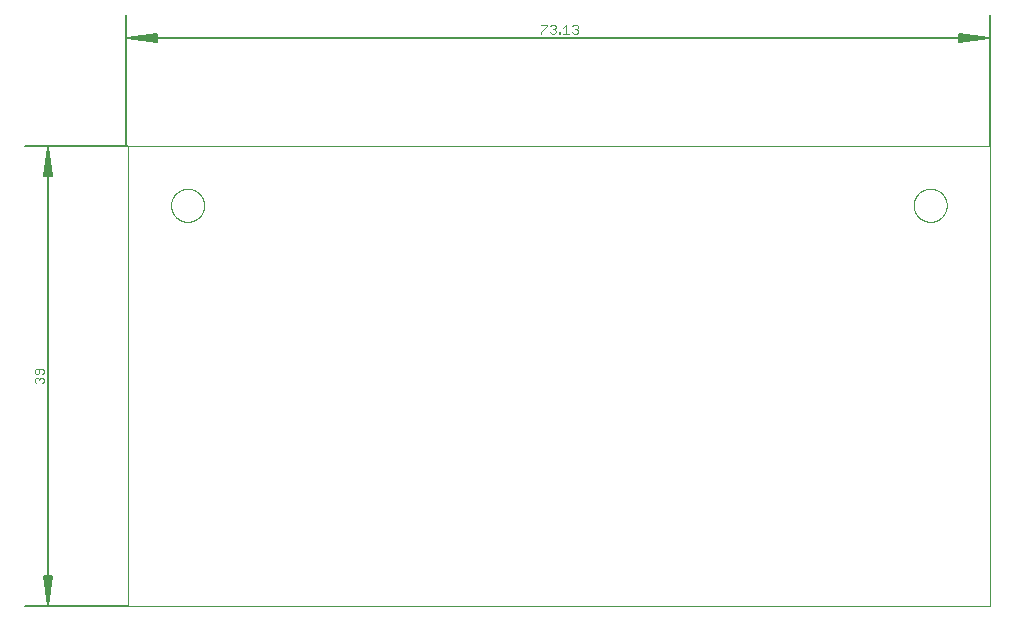
<source format=gko>
G75*
%MOIN*%
%OFA0B0*%
%FSLAX25Y25*%
%IPPOS*%
%LPD*%
%AMOC8*
5,1,8,0,0,1.08239X$1,22.5*
%
%ADD10C,0.00492*%
%ADD11C,0.00512*%
%ADD12C,0.00300*%
%ADD13C,0.00000*%
D10*
X0035508Y0024473D02*
X0322909Y0024473D01*
X0322909Y0178017D01*
X0035508Y0178017D01*
X0035508Y0024473D01*
D11*
X0001256Y0024473D01*
X0008933Y0024729D02*
X0009957Y0034709D01*
X0010190Y0034709D02*
X0008933Y0024729D01*
X0007909Y0034709D01*
X0007676Y0034709D02*
X0010190Y0034709D01*
X0009445Y0034709D02*
X0008933Y0024729D01*
X0008421Y0034709D01*
X0007676Y0034709D02*
X0008933Y0024729D01*
X0008933Y0177761D01*
X0009957Y0167780D01*
X0010190Y0167780D02*
X0008933Y0177761D01*
X0007909Y0167780D01*
X0007676Y0167780D02*
X0010190Y0167780D01*
X0009445Y0167780D02*
X0008933Y0177761D01*
X0008421Y0167780D01*
X0007676Y0167780D02*
X0008933Y0177761D01*
X0001256Y0178017D02*
X0035508Y0178017D01*
X0035016Y0178017D02*
X0035016Y0221619D01*
X0035272Y0213942D02*
X0045252Y0214965D01*
X0045252Y0215199D02*
X0045252Y0212685D01*
X0035272Y0213942D01*
X0045252Y0212918D01*
X0045252Y0213430D02*
X0035272Y0213942D01*
X0045252Y0214454D01*
X0045252Y0215199D02*
X0035272Y0213942D01*
X0322654Y0213942D01*
X0312673Y0212918D01*
X0312673Y0212685D02*
X0322654Y0213942D01*
X0312673Y0214965D01*
X0312673Y0215199D02*
X0312673Y0212685D01*
X0312673Y0213430D02*
X0322654Y0213942D01*
X0312673Y0214454D01*
X0312673Y0215199D02*
X0322654Y0213942D01*
X0322909Y0221619D02*
X0322909Y0178017D01*
D12*
X0185597Y0215887D02*
X0185113Y0215404D01*
X0184146Y0215404D01*
X0183662Y0215887D01*
X0182651Y0215404D02*
X0180716Y0215404D01*
X0181683Y0215404D02*
X0181683Y0218306D01*
X0180716Y0217339D01*
X0179726Y0215887D02*
X0179726Y0215404D01*
X0179242Y0215404D01*
X0179242Y0215887D01*
X0179726Y0215887D01*
X0178231Y0215887D02*
X0177747Y0215404D01*
X0176780Y0215404D01*
X0176296Y0215887D01*
X0177263Y0216855D02*
X0177747Y0216855D01*
X0178231Y0216371D01*
X0178231Y0215887D01*
X0177747Y0216855D02*
X0178231Y0217339D01*
X0178231Y0217822D01*
X0177747Y0218306D01*
X0176780Y0218306D01*
X0176296Y0217822D01*
X0175284Y0217822D02*
X0173349Y0215887D01*
X0173349Y0215404D01*
X0173349Y0218306D02*
X0175284Y0218306D01*
X0175284Y0217822D01*
X0183662Y0217822D02*
X0184146Y0218306D01*
X0185113Y0218306D01*
X0185597Y0217822D01*
X0185597Y0217339D01*
X0185113Y0216855D01*
X0185597Y0216371D01*
X0185597Y0215887D01*
X0185113Y0216855D02*
X0184630Y0216855D01*
X0007471Y0103227D02*
X0007471Y0102260D01*
X0006988Y0101776D01*
X0006988Y0100765D02*
X0007471Y0100281D01*
X0007471Y0099313D01*
X0006988Y0098830D01*
X0006020Y0099797D02*
X0006020Y0100281D01*
X0006504Y0100765D01*
X0006988Y0100765D01*
X0006020Y0100281D02*
X0005536Y0100765D01*
X0005053Y0100765D01*
X0004569Y0100281D01*
X0004569Y0099313D01*
X0005053Y0098830D01*
X0005053Y0101776D02*
X0005536Y0101776D01*
X0006020Y0102260D01*
X0006020Y0103711D01*
X0005053Y0103711D02*
X0004569Y0103227D01*
X0004569Y0102260D01*
X0005053Y0101776D01*
X0005053Y0103711D02*
X0006988Y0103711D01*
X0007471Y0103227D01*
D13*
X0049972Y0158154D02*
X0049974Y0158302D01*
X0049980Y0158450D01*
X0049990Y0158598D01*
X0050004Y0158745D01*
X0050022Y0158892D01*
X0050043Y0159038D01*
X0050069Y0159184D01*
X0050099Y0159329D01*
X0050132Y0159473D01*
X0050170Y0159616D01*
X0050211Y0159758D01*
X0050256Y0159899D01*
X0050304Y0160039D01*
X0050357Y0160178D01*
X0050413Y0160315D01*
X0050473Y0160450D01*
X0050536Y0160584D01*
X0050603Y0160716D01*
X0050674Y0160846D01*
X0050748Y0160974D01*
X0050825Y0161100D01*
X0050906Y0161224D01*
X0050990Y0161346D01*
X0051077Y0161465D01*
X0051168Y0161582D01*
X0051262Y0161697D01*
X0051358Y0161809D01*
X0051458Y0161919D01*
X0051560Y0162025D01*
X0051666Y0162129D01*
X0051774Y0162230D01*
X0051885Y0162328D01*
X0051998Y0162424D01*
X0052114Y0162516D01*
X0052232Y0162605D01*
X0052353Y0162690D01*
X0052476Y0162773D01*
X0052601Y0162852D01*
X0052728Y0162928D01*
X0052857Y0163000D01*
X0052988Y0163069D01*
X0053121Y0163134D01*
X0053256Y0163195D01*
X0053392Y0163253D01*
X0053529Y0163308D01*
X0053668Y0163358D01*
X0053809Y0163405D01*
X0053950Y0163448D01*
X0054093Y0163488D01*
X0054237Y0163523D01*
X0054381Y0163555D01*
X0054527Y0163582D01*
X0054673Y0163606D01*
X0054820Y0163626D01*
X0054967Y0163642D01*
X0055114Y0163654D01*
X0055262Y0163662D01*
X0055410Y0163666D01*
X0055558Y0163666D01*
X0055706Y0163662D01*
X0055854Y0163654D01*
X0056001Y0163642D01*
X0056148Y0163626D01*
X0056295Y0163606D01*
X0056441Y0163582D01*
X0056587Y0163555D01*
X0056731Y0163523D01*
X0056875Y0163488D01*
X0057018Y0163448D01*
X0057159Y0163405D01*
X0057300Y0163358D01*
X0057439Y0163308D01*
X0057576Y0163253D01*
X0057712Y0163195D01*
X0057847Y0163134D01*
X0057980Y0163069D01*
X0058111Y0163000D01*
X0058240Y0162928D01*
X0058367Y0162852D01*
X0058492Y0162773D01*
X0058615Y0162690D01*
X0058736Y0162605D01*
X0058854Y0162516D01*
X0058970Y0162424D01*
X0059083Y0162328D01*
X0059194Y0162230D01*
X0059302Y0162129D01*
X0059408Y0162025D01*
X0059510Y0161919D01*
X0059610Y0161809D01*
X0059706Y0161697D01*
X0059800Y0161582D01*
X0059891Y0161465D01*
X0059978Y0161346D01*
X0060062Y0161224D01*
X0060143Y0161100D01*
X0060220Y0160974D01*
X0060294Y0160846D01*
X0060365Y0160716D01*
X0060432Y0160584D01*
X0060495Y0160450D01*
X0060555Y0160315D01*
X0060611Y0160178D01*
X0060664Y0160039D01*
X0060712Y0159899D01*
X0060757Y0159758D01*
X0060798Y0159616D01*
X0060836Y0159473D01*
X0060869Y0159329D01*
X0060899Y0159184D01*
X0060925Y0159038D01*
X0060946Y0158892D01*
X0060964Y0158745D01*
X0060978Y0158598D01*
X0060988Y0158450D01*
X0060994Y0158302D01*
X0060996Y0158154D01*
X0060994Y0158006D01*
X0060988Y0157858D01*
X0060978Y0157710D01*
X0060964Y0157563D01*
X0060946Y0157416D01*
X0060925Y0157270D01*
X0060899Y0157124D01*
X0060869Y0156979D01*
X0060836Y0156835D01*
X0060798Y0156692D01*
X0060757Y0156550D01*
X0060712Y0156409D01*
X0060664Y0156269D01*
X0060611Y0156130D01*
X0060555Y0155993D01*
X0060495Y0155858D01*
X0060432Y0155724D01*
X0060365Y0155592D01*
X0060294Y0155462D01*
X0060220Y0155334D01*
X0060143Y0155208D01*
X0060062Y0155084D01*
X0059978Y0154962D01*
X0059891Y0154843D01*
X0059800Y0154726D01*
X0059706Y0154611D01*
X0059610Y0154499D01*
X0059510Y0154389D01*
X0059408Y0154283D01*
X0059302Y0154179D01*
X0059194Y0154078D01*
X0059083Y0153980D01*
X0058970Y0153884D01*
X0058854Y0153792D01*
X0058736Y0153703D01*
X0058615Y0153618D01*
X0058492Y0153535D01*
X0058367Y0153456D01*
X0058240Y0153380D01*
X0058111Y0153308D01*
X0057980Y0153239D01*
X0057847Y0153174D01*
X0057712Y0153113D01*
X0057576Y0153055D01*
X0057439Y0153000D01*
X0057300Y0152950D01*
X0057159Y0152903D01*
X0057018Y0152860D01*
X0056875Y0152820D01*
X0056731Y0152785D01*
X0056587Y0152753D01*
X0056441Y0152726D01*
X0056295Y0152702D01*
X0056148Y0152682D01*
X0056001Y0152666D01*
X0055854Y0152654D01*
X0055706Y0152646D01*
X0055558Y0152642D01*
X0055410Y0152642D01*
X0055262Y0152646D01*
X0055114Y0152654D01*
X0054967Y0152666D01*
X0054820Y0152682D01*
X0054673Y0152702D01*
X0054527Y0152726D01*
X0054381Y0152753D01*
X0054237Y0152785D01*
X0054093Y0152820D01*
X0053950Y0152860D01*
X0053809Y0152903D01*
X0053668Y0152950D01*
X0053529Y0153000D01*
X0053392Y0153055D01*
X0053256Y0153113D01*
X0053121Y0153174D01*
X0052988Y0153239D01*
X0052857Y0153308D01*
X0052728Y0153380D01*
X0052601Y0153456D01*
X0052476Y0153535D01*
X0052353Y0153618D01*
X0052232Y0153703D01*
X0052114Y0153792D01*
X0051998Y0153884D01*
X0051885Y0153980D01*
X0051774Y0154078D01*
X0051666Y0154179D01*
X0051560Y0154283D01*
X0051458Y0154389D01*
X0051358Y0154499D01*
X0051262Y0154611D01*
X0051168Y0154726D01*
X0051077Y0154843D01*
X0050990Y0154962D01*
X0050906Y0155084D01*
X0050825Y0155208D01*
X0050748Y0155334D01*
X0050674Y0155462D01*
X0050603Y0155592D01*
X0050536Y0155724D01*
X0050473Y0155858D01*
X0050413Y0155993D01*
X0050357Y0156130D01*
X0050304Y0156269D01*
X0050256Y0156409D01*
X0050211Y0156550D01*
X0050170Y0156692D01*
X0050132Y0156835D01*
X0050099Y0156979D01*
X0050069Y0157124D01*
X0050043Y0157270D01*
X0050022Y0157416D01*
X0050004Y0157563D01*
X0049990Y0157710D01*
X0049980Y0157858D01*
X0049974Y0158006D01*
X0049972Y0158154D01*
X0297516Y0158170D02*
X0297518Y0158318D01*
X0297524Y0158466D01*
X0297534Y0158614D01*
X0297548Y0158761D01*
X0297566Y0158908D01*
X0297587Y0159054D01*
X0297613Y0159200D01*
X0297643Y0159345D01*
X0297676Y0159489D01*
X0297714Y0159632D01*
X0297755Y0159774D01*
X0297800Y0159915D01*
X0297848Y0160055D01*
X0297901Y0160194D01*
X0297957Y0160331D01*
X0298017Y0160466D01*
X0298080Y0160600D01*
X0298147Y0160732D01*
X0298218Y0160862D01*
X0298292Y0160990D01*
X0298369Y0161116D01*
X0298450Y0161240D01*
X0298534Y0161362D01*
X0298621Y0161481D01*
X0298712Y0161598D01*
X0298806Y0161713D01*
X0298902Y0161825D01*
X0299002Y0161935D01*
X0299104Y0162041D01*
X0299210Y0162145D01*
X0299318Y0162246D01*
X0299429Y0162344D01*
X0299542Y0162440D01*
X0299658Y0162532D01*
X0299776Y0162621D01*
X0299897Y0162706D01*
X0300020Y0162789D01*
X0300145Y0162868D01*
X0300272Y0162944D01*
X0300401Y0163016D01*
X0300532Y0163085D01*
X0300665Y0163150D01*
X0300800Y0163211D01*
X0300936Y0163269D01*
X0301073Y0163324D01*
X0301212Y0163374D01*
X0301353Y0163421D01*
X0301494Y0163464D01*
X0301637Y0163504D01*
X0301781Y0163539D01*
X0301925Y0163571D01*
X0302071Y0163598D01*
X0302217Y0163622D01*
X0302364Y0163642D01*
X0302511Y0163658D01*
X0302658Y0163670D01*
X0302806Y0163678D01*
X0302954Y0163682D01*
X0303102Y0163682D01*
X0303250Y0163678D01*
X0303398Y0163670D01*
X0303545Y0163658D01*
X0303692Y0163642D01*
X0303839Y0163622D01*
X0303985Y0163598D01*
X0304131Y0163571D01*
X0304275Y0163539D01*
X0304419Y0163504D01*
X0304562Y0163464D01*
X0304703Y0163421D01*
X0304844Y0163374D01*
X0304983Y0163324D01*
X0305120Y0163269D01*
X0305256Y0163211D01*
X0305391Y0163150D01*
X0305524Y0163085D01*
X0305655Y0163016D01*
X0305784Y0162944D01*
X0305911Y0162868D01*
X0306036Y0162789D01*
X0306159Y0162706D01*
X0306280Y0162621D01*
X0306398Y0162532D01*
X0306514Y0162440D01*
X0306627Y0162344D01*
X0306738Y0162246D01*
X0306846Y0162145D01*
X0306952Y0162041D01*
X0307054Y0161935D01*
X0307154Y0161825D01*
X0307250Y0161713D01*
X0307344Y0161598D01*
X0307435Y0161481D01*
X0307522Y0161362D01*
X0307606Y0161240D01*
X0307687Y0161116D01*
X0307764Y0160990D01*
X0307838Y0160862D01*
X0307909Y0160732D01*
X0307976Y0160600D01*
X0308039Y0160466D01*
X0308099Y0160331D01*
X0308155Y0160194D01*
X0308208Y0160055D01*
X0308256Y0159915D01*
X0308301Y0159774D01*
X0308342Y0159632D01*
X0308380Y0159489D01*
X0308413Y0159345D01*
X0308443Y0159200D01*
X0308469Y0159054D01*
X0308490Y0158908D01*
X0308508Y0158761D01*
X0308522Y0158614D01*
X0308532Y0158466D01*
X0308538Y0158318D01*
X0308540Y0158170D01*
X0308538Y0158022D01*
X0308532Y0157874D01*
X0308522Y0157726D01*
X0308508Y0157579D01*
X0308490Y0157432D01*
X0308469Y0157286D01*
X0308443Y0157140D01*
X0308413Y0156995D01*
X0308380Y0156851D01*
X0308342Y0156708D01*
X0308301Y0156566D01*
X0308256Y0156425D01*
X0308208Y0156285D01*
X0308155Y0156146D01*
X0308099Y0156009D01*
X0308039Y0155874D01*
X0307976Y0155740D01*
X0307909Y0155608D01*
X0307838Y0155478D01*
X0307764Y0155350D01*
X0307687Y0155224D01*
X0307606Y0155100D01*
X0307522Y0154978D01*
X0307435Y0154859D01*
X0307344Y0154742D01*
X0307250Y0154627D01*
X0307154Y0154515D01*
X0307054Y0154405D01*
X0306952Y0154299D01*
X0306846Y0154195D01*
X0306738Y0154094D01*
X0306627Y0153996D01*
X0306514Y0153900D01*
X0306398Y0153808D01*
X0306280Y0153719D01*
X0306159Y0153634D01*
X0306036Y0153551D01*
X0305911Y0153472D01*
X0305784Y0153396D01*
X0305655Y0153324D01*
X0305524Y0153255D01*
X0305391Y0153190D01*
X0305256Y0153129D01*
X0305120Y0153071D01*
X0304983Y0153016D01*
X0304844Y0152966D01*
X0304703Y0152919D01*
X0304562Y0152876D01*
X0304419Y0152836D01*
X0304275Y0152801D01*
X0304131Y0152769D01*
X0303985Y0152742D01*
X0303839Y0152718D01*
X0303692Y0152698D01*
X0303545Y0152682D01*
X0303398Y0152670D01*
X0303250Y0152662D01*
X0303102Y0152658D01*
X0302954Y0152658D01*
X0302806Y0152662D01*
X0302658Y0152670D01*
X0302511Y0152682D01*
X0302364Y0152698D01*
X0302217Y0152718D01*
X0302071Y0152742D01*
X0301925Y0152769D01*
X0301781Y0152801D01*
X0301637Y0152836D01*
X0301494Y0152876D01*
X0301353Y0152919D01*
X0301212Y0152966D01*
X0301073Y0153016D01*
X0300936Y0153071D01*
X0300800Y0153129D01*
X0300665Y0153190D01*
X0300532Y0153255D01*
X0300401Y0153324D01*
X0300272Y0153396D01*
X0300145Y0153472D01*
X0300020Y0153551D01*
X0299897Y0153634D01*
X0299776Y0153719D01*
X0299658Y0153808D01*
X0299542Y0153900D01*
X0299429Y0153996D01*
X0299318Y0154094D01*
X0299210Y0154195D01*
X0299104Y0154299D01*
X0299002Y0154405D01*
X0298902Y0154515D01*
X0298806Y0154627D01*
X0298712Y0154742D01*
X0298621Y0154859D01*
X0298534Y0154978D01*
X0298450Y0155100D01*
X0298369Y0155224D01*
X0298292Y0155350D01*
X0298218Y0155478D01*
X0298147Y0155608D01*
X0298080Y0155740D01*
X0298017Y0155874D01*
X0297957Y0156009D01*
X0297901Y0156146D01*
X0297848Y0156285D01*
X0297800Y0156425D01*
X0297755Y0156566D01*
X0297714Y0156708D01*
X0297676Y0156851D01*
X0297643Y0156995D01*
X0297613Y0157140D01*
X0297587Y0157286D01*
X0297566Y0157432D01*
X0297548Y0157579D01*
X0297534Y0157726D01*
X0297524Y0157874D01*
X0297518Y0158022D01*
X0297516Y0158170D01*
M02*

</source>
